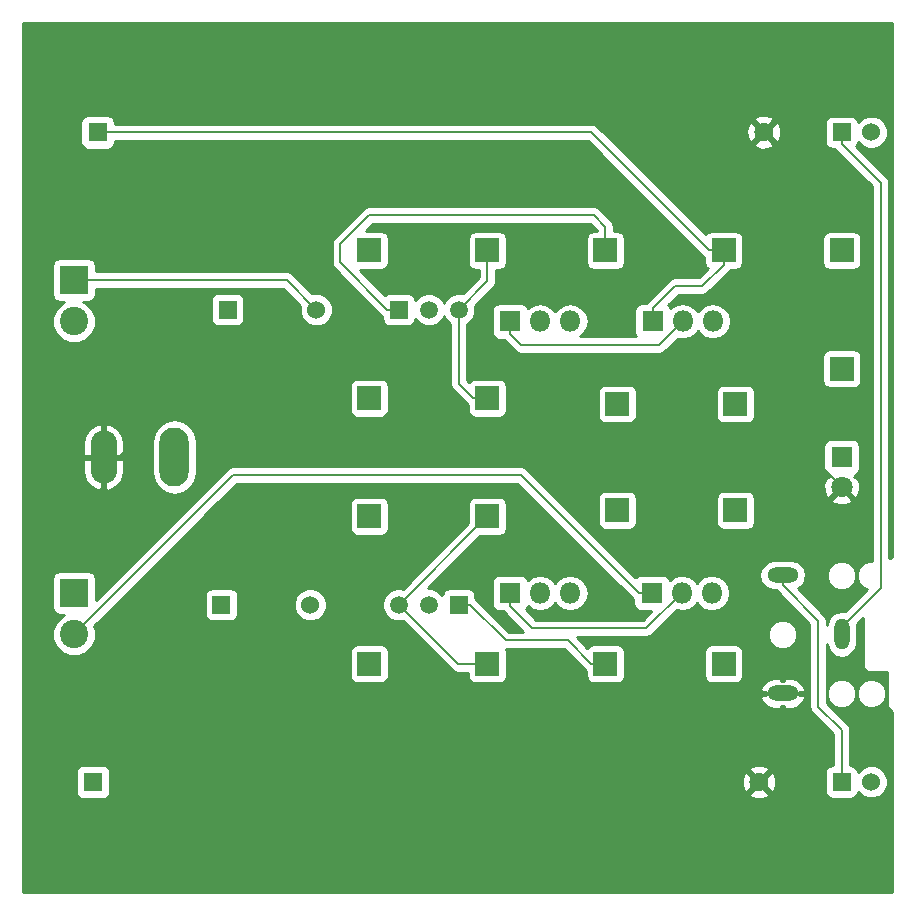
<source format=gbr>
G04 #@! TF.FileFunction,Copper,L2,Bot,Signal*
%FSLAX46Y46*%
G04 Gerber Fmt 4.6, Leading zero omitted, Abs format (unit mm)*
G04 Created by KiCad (PCBNEW 4.0.7+dfsg1-1ubuntu2) date Sun Jul 21 21:14:32 2019*
%MOMM*%
%LPD*%
G01*
G04 APERTURE LIST*
%ADD10C,0.100000*%
%ADD11R,1.625600X1.625600*%
%ADD12C,1.625600*%
%ADD13R,1.524000X1.524000*%
%ADD14C,1.524000*%
%ADD15C,1.520000*%
%ADD16R,1.520000X1.520000*%
%ADD17R,1.800000X1.800000*%
%ADD18O,1.800000X1.800000*%
%ADD19C,2.400000*%
%ADD20R,2.400000X2.400000*%
%ADD21O,2.500000X5.000000*%
%ADD22O,2.250000X4.500000*%
%ADD23O,1.308000X2.616000*%
%ADD24O,2.616000X1.308000*%
%ADD25C,1.800000*%
%ADD26R,1.998980X1.998980*%
%ADD27C,0.200000*%
%ADD28C,0.254000*%
G04 APERTURE END LIST*
D10*
D11*
X36612000Y-85000000D03*
D12*
X93000000Y-85000000D03*
D13*
X48000000Y-45000000D03*
D14*
X55518400Y-45000000D03*
D13*
X99985400Y-85000000D03*
D14*
X102500000Y-85000000D03*
D13*
X47481600Y-70000000D03*
D14*
X55000000Y-70000000D03*
D13*
X99985400Y-30000000D03*
D14*
X102500000Y-30000000D03*
D11*
X37000000Y-30000000D03*
D12*
X93388000Y-30000000D03*
D15*
X65040000Y-70000000D03*
X62500000Y-70000000D03*
D16*
X67580000Y-70000000D03*
D15*
X65040000Y-45000000D03*
X67580000Y-45000000D03*
D16*
X62500000Y-45000000D03*
D17*
X71920000Y-69000000D03*
D18*
X74460000Y-69000000D03*
X77000000Y-69000000D03*
D17*
X71920000Y-46000000D03*
D18*
X74460000Y-46000000D03*
X77000000Y-46000000D03*
D17*
X84000000Y-46000000D03*
D18*
X86540000Y-46000000D03*
X89080000Y-46000000D03*
D17*
X83920000Y-69000000D03*
D18*
X86460000Y-69000000D03*
X89000000Y-69000000D03*
D19*
X35000000Y-72500000D03*
D20*
X35000000Y-69000000D03*
D19*
X35000000Y-46000000D03*
D20*
X35000000Y-42500000D03*
D21*
X43500000Y-57500000D03*
D22*
X37500000Y-57500000D03*
D23*
X100000000Y-72500000D03*
D24*
X95000000Y-67500000D03*
X95000000Y-77500000D03*
D17*
X100000000Y-57500000D03*
D25*
X100000000Y-60040000D03*
D26*
X70000000Y-40000000D03*
X59997480Y-40000000D03*
X59997480Y-52500000D03*
X70000000Y-52500000D03*
X79997480Y-40000000D03*
X90000000Y-40000000D03*
X80997480Y-53000000D03*
X91000000Y-53000000D03*
X70002520Y-75000000D03*
X60000000Y-75000000D03*
X59997480Y-62500000D03*
X70000000Y-62500000D03*
X79997480Y-75000000D03*
X90000000Y-75000000D03*
X80997480Y-62000000D03*
X91000000Y-62000000D03*
X100000000Y-50000000D03*
X100000000Y-39997480D03*
D27*
X99985400Y-30000000D02*
X99985400Y-30962000D01*
X99985400Y-30962000D02*
X103300001Y-34276601D01*
X103300001Y-34276601D02*
X103300001Y-68545999D01*
X103300001Y-68545999D02*
X100000000Y-71846000D01*
X100000000Y-71846000D02*
X100000000Y-72500000D01*
X35000000Y-42500000D02*
X53018400Y-42500000D01*
X53018400Y-42500000D02*
X55518400Y-45000000D01*
X98000000Y-78638248D02*
X98000000Y-71354000D01*
X98000000Y-71354000D02*
X95000000Y-68354000D01*
X95000000Y-68354000D02*
X95000000Y-67500000D01*
X99985400Y-85000000D02*
X99985400Y-80623648D01*
X99985400Y-80623648D02*
X98000000Y-78638248D01*
X95960000Y-56000000D02*
X95960000Y-32572000D01*
X95960000Y-32572000D02*
X93388000Y-30000000D01*
X37500000Y-57500000D02*
X38825000Y-57500000D01*
X60000000Y-56000000D02*
X95960000Y-56000000D01*
X38825000Y-57500000D02*
X42325000Y-54000000D01*
X42325000Y-54000000D02*
X58000000Y-54000000D01*
X95960000Y-56000000D02*
X100000000Y-60040000D01*
X58000000Y-54000000D02*
X60000000Y-56000000D01*
X93000000Y-85000000D02*
X91987199Y-83987199D01*
X91987199Y-83987199D02*
X49987199Y-83987199D01*
X49987199Y-83987199D02*
X41000000Y-75000000D01*
X41000000Y-75000000D02*
X34000000Y-75000000D01*
X34000000Y-75000000D02*
X32000000Y-73000000D01*
X32000000Y-73000000D02*
X32000000Y-65450000D01*
X32000000Y-65450000D02*
X37500000Y-59950000D01*
X37500000Y-59950000D02*
X37500000Y-57500000D01*
X90000000Y-40000000D02*
X88800510Y-40000000D01*
X88800510Y-40000000D02*
X78800510Y-30000000D01*
X78800510Y-30000000D02*
X38012800Y-30000000D01*
X38012800Y-30000000D02*
X37000000Y-30000000D01*
X88199490Y-43000000D02*
X85900000Y-43000000D01*
X84000000Y-44900000D02*
X84000000Y-46000000D01*
X85900000Y-43000000D02*
X84000000Y-44900000D01*
X90000000Y-40000000D02*
X90000000Y-41199490D01*
X90000000Y-41199490D02*
X88199490Y-43000000D01*
X83920000Y-69000000D02*
X82820000Y-69000000D01*
X72820000Y-59000000D02*
X48500000Y-59000000D01*
X82820000Y-69000000D02*
X72820000Y-59000000D01*
X48500000Y-59000000D02*
X35000000Y-72500000D01*
X67580000Y-45000000D02*
X67580000Y-51279490D01*
X67580000Y-51279490D02*
X68800510Y-52500000D01*
X68800510Y-52500000D02*
X70000000Y-52500000D01*
X70000000Y-40000000D02*
X70000000Y-42580000D01*
X70000000Y-42580000D02*
X67580000Y-45000000D01*
X79000000Y-37000000D02*
X79997480Y-37997480D01*
X79997480Y-37997480D02*
X79997480Y-40000000D01*
X60000000Y-37000000D02*
X79000000Y-37000000D01*
X57540000Y-39460000D02*
X60000000Y-37000000D01*
X57540000Y-41000000D02*
X57540000Y-39460000D01*
X62500000Y-45000000D02*
X61540000Y-45000000D01*
X61540000Y-45000000D02*
X57540000Y-41000000D01*
X72820000Y-48000000D02*
X84540000Y-48000000D01*
X84540000Y-48000000D02*
X86540000Y-46000000D01*
X71920000Y-46000000D02*
X71920000Y-47100000D01*
X71920000Y-47100000D02*
X72820000Y-48000000D01*
X62500000Y-70000000D02*
X67500000Y-75000000D01*
X67500000Y-75000000D02*
X70002520Y-75000000D01*
X70000000Y-62500000D02*
X62500000Y-70000000D01*
X76797990Y-73000000D02*
X71540000Y-73000000D01*
X71540000Y-73000000D02*
X68540000Y-70000000D01*
X68540000Y-70000000D02*
X67580000Y-70000000D01*
X79997480Y-75000000D02*
X78797990Y-75000000D01*
X78797990Y-75000000D02*
X76797990Y-73000000D01*
X86460000Y-69000000D02*
X83460000Y-72000000D01*
X83460000Y-72000000D02*
X73820000Y-72000000D01*
X73820000Y-72000000D02*
X71920000Y-70100000D01*
X71920000Y-70100000D02*
X71920000Y-69000000D01*
D28*
G36*
X104290000Y-65906721D02*
X104256977Y-65913290D01*
X104050952Y-66050952D01*
X104035001Y-66074824D01*
X104035001Y-34276601D01*
X103979052Y-33995329D01*
X103819725Y-33756878D01*
X101235412Y-31172566D01*
X101343831Y-31013890D01*
X101376609Y-30852029D01*
X101707630Y-31183629D01*
X102220900Y-31396757D01*
X102776661Y-31397242D01*
X103290303Y-31185010D01*
X103683629Y-30792370D01*
X103896757Y-30279100D01*
X103897242Y-29723339D01*
X103685010Y-29209697D01*
X103292370Y-28816371D01*
X102779100Y-28603243D01*
X102223339Y-28602758D01*
X101709697Y-28814990D01*
X101377621Y-29146487D01*
X101350562Y-29002683D01*
X101211490Y-28786559D01*
X100999290Y-28641569D01*
X100747400Y-28590560D01*
X99223400Y-28590560D01*
X98988083Y-28634838D01*
X98771959Y-28773910D01*
X98626969Y-28986110D01*
X98575960Y-29238000D01*
X98575960Y-30762000D01*
X98620238Y-30997317D01*
X98759310Y-31213441D01*
X98971510Y-31358431D01*
X99223400Y-31409440D01*
X99417379Y-31409440D01*
X99465677Y-31481723D01*
X102565001Y-34581048D01*
X102565001Y-66265056D01*
X102255421Y-66264786D01*
X101801343Y-66452408D01*
X101453629Y-66799515D01*
X101265215Y-67253266D01*
X101264786Y-67744579D01*
X101452408Y-68198657D01*
X101799515Y-68546371D01*
X102125020Y-68681533D01*
X100239901Y-70566653D01*
X100000000Y-70518934D01*
X99506721Y-70617053D01*
X99088539Y-70896473D01*
X98809119Y-71314655D01*
X98735000Y-71687277D01*
X98735000Y-71354000D01*
X98679051Y-71072728D01*
X98639737Y-71013890D01*
X98519724Y-70834277D01*
X96299831Y-68614384D01*
X96603527Y-68411461D01*
X96882947Y-67993279D01*
X96932416Y-67744579D01*
X98764786Y-67744579D01*
X98952408Y-68198657D01*
X99299515Y-68546371D01*
X99753266Y-68734785D01*
X100244579Y-68735214D01*
X100698657Y-68547592D01*
X101046371Y-68200485D01*
X101234785Y-67746734D01*
X101235214Y-67255421D01*
X101047592Y-66801343D01*
X100700485Y-66453629D01*
X100246734Y-66265215D01*
X99755421Y-66264786D01*
X99301343Y-66452408D01*
X98953629Y-66799515D01*
X98765215Y-67253266D01*
X98764786Y-67744579D01*
X96932416Y-67744579D01*
X96981066Y-67500000D01*
X96882947Y-67006721D01*
X96603527Y-66588539D01*
X96185345Y-66309119D01*
X95692066Y-66211000D01*
X94307934Y-66211000D01*
X93814655Y-66309119D01*
X93396473Y-66588539D01*
X93117053Y-67006721D01*
X93018934Y-67500000D01*
X93117053Y-67993279D01*
X93396473Y-68411461D01*
X93814655Y-68690881D01*
X94307934Y-68789000D01*
X94423667Y-68789000D01*
X94480277Y-68873723D01*
X97265000Y-71658447D01*
X97265000Y-78638248D01*
X97294987Y-78789000D01*
X97320949Y-78919520D01*
X97480277Y-79157971D01*
X99250400Y-80928095D01*
X99250400Y-83590560D01*
X99223400Y-83590560D01*
X98988083Y-83634838D01*
X98771959Y-83773910D01*
X98626969Y-83986110D01*
X98575960Y-84238000D01*
X98575960Y-85762000D01*
X98620238Y-85997317D01*
X98759310Y-86213441D01*
X98971510Y-86358431D01*
X99223400Y-86409440D01*
X100747400Y-86409440D01*
X100982717Y-86365162D01*
X101198841Y-86226090D01*
X101343831Y-86013890D01*
X101376609Y-85852029D01*
X101707630Y-86183629D01*
X102220900Y-86396757D01*
X102776661Y-86397242D01*
X103290303Y-86185010D01*
X103683629Y-85792370D01*
X103896757Y-85279100D01*
X103897242Y-84723339D01*
X103685010Y-84209697D01*
X103292370Y-83816371D01*
X102779100Y-83603243D01*
X102223339Y-83602758D01*
X101709697Y-83814990D01*
X101377621Y-84146487D01*
X101350562Y-84002683D01*
X101211490Y-83786559D01*
X100999290Y-83641569D01*
X100747400Y-83590560D01*
X100720400Y-83590560D01*
X100720400Y-80623648D01*
X100664451Y-80342376D01*
X100505124Y-80103925D01*
X98735000Y-78333802D01*
X98735000Y-77744579D01*
X98764786Y-77744579D01*
X98952408Y-78198657D01*
X99299515Y-78546371D01*
X99753266Y-78734785D01*
X100244579Y-78735214D01*
X100698657Y-78547592D01*
X101046371Y-78200485D01*
X101234785Y-77746734D01*
X101234786Y-77744579D01*
X101264786Y-77744579D01*
X101452408Y-78198657D01*
X101799515Y-78546371D01*
X102253266Y-78734785D01*
X102744579Y-78735214D01*
X103198657Y-78547592D01*
X103546371Y-78200485D01*
X103734785Y-77746734D01*
X103735214Y-77255421D01*
X103547592Y-76801343D01*
X103200485Y-76453629D01*
X102746734Y-76265215D01*
X102255421Y-76264786D01*
X101801343Y-76452408D01*
X101453629Y-76799515D01*
X101265215Y-77253266D01*
X101264786Y-77744579D01*
X101234786Y-77744579D01*
X101235214Y-77255421D01*
X101047592Y-76801343D01*
X100700485Y-76453629D01*
X100246734Y-76265215D01*
X99755421Y-76264786D01*
X99301343Y-76452408D01*
X98953629Y-76799515D01*
X98765215Y-77253266D01*
X98764786Y-77744579D01*
X98735000Y-77744579D01*
X98735000Y-73312723D01*
X98809119Y-73685345D01*
X99088539Y-74103527D01*
X99506721Y-74382947D01*
X100000000Y-74481066D01*
X100493279Y-74382947D01*
X100911461Y-74103527D01*
X101190881Y-73685345D01*
X101289000Y-73192066D01*
X101289000Y-71807934D01*
X101253912Y-71631534D01*
X101790000Y-71095446D01*
X101790000Y-75000000D01*
X101844046Y-75271705D01*
X101997954Y-75502046D01*
X102228295Y-75655954D01*
X102500000Y-75710000D01*
X103864950Y-75710000D01*
X103864950Y-78500000D01*
X103913290Y-78743023D01*
X104050952Y-78949048D01*
X104256977Y-79086710D01*
X104290000Y-79093279D01*
X104290000Y-94290000D01*
X30710000Y-94290000D01*
X30710000Y-84187200D01*
X35151760Y-84187200D01*
X35151760Y-85812800D01*
X35196038Y-86048117D01*
X35335110Y-86264241D01*
X35547310Y-86409231D01*
X35799200Y-86460240D01*
X37424800Y-86460240D01*
X37660117Y-86415962D01*
X37876241Y-86276890D01*
X38021231Y-86064690D01*
X38030885Y-86017016D01*
X92162589Y-86017016D01*
X92238295Y-86264462D01*
X92780165Y-86459703D01*
X93355503Y-86432718D01*
X93761705Y-86264462D01*
X93837411Y-86017016D01*
X93000000Y-85179605D01*
X92162589Y-86017016D01*
X38030885Y-86017016D01*
X38072240Y-85812800D01*
X38072240Y-84780165D01*
X91540297Y-84780165D01*
X91567282Y-85355503D01*
X91735538Y-85761705D01*
X91982984Y-85837411D01*
X92820395Y-85000000D01*
X93179605Y-85000000D01*
X94017016Y-85837411D01*
X94264462Y-85761705D01*
X94459703Y-85219835D01*
X94432718Y-84644497D01*
X94264462Y-84238295D01*
X94017016Y-84162589D01*
X93179605Y-85000000D01*
X92820395Y-85000000D01*
X91982984Y-84162589D01*
X91735538Y-84238295D01*
X91540297Y-84780165D01*
X38072240Y-84780165D01*
X38072240Y-84187200D01*
X38033815Y-83982984D01*
X92162589Y-83982984D01*
X93000000Y-84820395D01*
X93837411Y-83982984D01*
X93761705Y-83735538D01*
X93219835Y-83540297D01*
X92644497Y-83567282D01*
X92238295Y-83735538D01*
X92162589Y-83982984D01*
X38033815Y-83982984D01*
X38027962Y-83951883D01*
X37888890Y-83735759D01*
X37676690Y-83590769D01*
X37424800Y-83539760D01*
X35799200Y-83539760D01*
X35563883Y-83584038D01*
X35347759Y-83723110D01*
X35202769Y-83935310D01*
X35151760Y-84187200D01*
X30710000Y-84187200D01*
X30710000Y-77173901D01*
X93098932Y-77173901D01*
X93222908Y-77373000D01*
X93614950Y-77373000D01*
X93614950Y-77627000D01*
X93222908Y-77627000D01*
X93098932Y-77826099D01*
X93106518Y-77875946D01*
X93344736Y-78321658D01*
X93735388Y-78642280D01*
X94219000Y-78789000D01*
X94873000Y-78789000D01*
X94873000Y-78535050D01*
X95127000Y-78535050D01*
X95127000Y-78789000D01*
X95781000Y-78789000D01*
X96264612Y-78642280D01*
X96655264Y-78321658D01*
X96893482Y-77875946D01*
X96901068Y-77826099D01*
X96777092Y-77627000D01*
X96385050Y-77627000D01*
X96385050Y-77373000D01*
X96777092Y-77373000D01*
X96901068Y-77173901D01*
X96893482Y-77124054D01*
X96655264Y-76678342D01*
X96264612Y-76357720D01*
X95781000Y-76211000D01*
X95127000Y-76211000D01*
X95127000Y-76464950D01*
X94873000Y-76464950D01*
X94873000Y-76211000D01*
X94219000Y-76211000D01*
X93735388Y-76357720D01*
X93344736Y-76678342D01*
X93106518Y-77124054D01*
X93098932Y-77173901D01*
X30710000Y-77173901D01*
X30710000Y-67800000D01*
X33152560Y-67800000D01*
X33152560Y-70200000D01*
X33196838Y-70435317D01*
X33335910Y-70651441D01*
X33548110Y-70796431D01*
X33800000Y-70847440D01*
X34194288Y-70847440D01*
X33961914Y-70943455D01*
X33445270Y-71459199D01*
X33165319Y-72133395D01*
X33164682Y-72863403D01*
X33443455Y-73538086D01*
X33959199Y-74054730D01*
X34633395Y-74334681D01*
X35363403Y-74335318D01*
X36038086Y-74056545D01*
X36094218Y-74000510D01*
X58353070Y-74000510D01*
X58353070Y-75999490D01*
X58397348Y-76234807D01*
X58536420Y-76450931D01*
X58748620Y-76595921D01*
X59000510Y-76646930D01*
X60999490Y-76646930D01*
X61234807Y-76602652D01*
X61450931Y-76463580D01*
X61595921Y-76251380D01*
X61646930Y-75999490D01*
X61646930Y-74000510D01*
X61602652Y-73765193D01*
X61463580Y-73549069D01*
X61251380Y-73404079D01*
X60999490Y-73353070D01*
X59000510Y-73353070D01*
X58765193Y-73397348D01*
X58549069Y-73536420D01*
X58404079Y-73748620D01*
X58353070Y-74000510D01*
X36094218Y-74000510D01*
X36554730Y-73540801D01*
X36834681Y-72866605D01*
X36835318Y-72136597D01*
X36708872Y-71830574D01*
X39301446Y-69238000D01*
X46072160Y-69238000D01*
X46072160Y-70762000D01*
X46116438Y-70997317D01*
X46255510Y-71213441D01*
X46467710Y-71358431D01*
X46719600Y-71409440D01*
X48243600Y-71409440D01*
X48478917Y-71365162D01*
X48695041Y-71226090D01*
X48840031Y-71013890D01*
X48891040Y-70762000D01*
X48891040Y-70276661D01*
X53602758Y-70276661D01*
X53814990Y-70790303D01*
X54207630Y-71183629D01*
X54720900Y-71396757D01*
X55276661Y-71397242D01*
X55790303Y-71185010D01*
X56183629Y-70792370D01*
X56396757Y-70279100D01*
X56397242Y-69723339D01*
X56185010Y-69209697D01*
X55792370Y-68816371D01*
X55279100Y-68603243D01*
X54723339Y-68602758D01*
X54209697Y-68814990D01*
X53816371Y-69207630D01*
X53603243Y-69720900D01*
X53602758Y-70276661D01*
X48891040Y-70276661D01*
X48891040Y-69238000D01*
X48846762Y-69002683D01*
X48707690Y-68786559D01*
X48495490Y-68641569D01*
X48243600Y-68590560D01*
X46719600Y-68590560D01*
X46484283Y-68634838D01*
X46268159Y-68773910D01*
X46123169Y-68986110D01*
X46072160Y-69238000D01*
X39301446Y-69238000D01*
X47038936Y-61500510D01*
X58350550Y-61500510D01*
X58350550Y-63499490D01*
X58394828Y-63734807D01*
X58533900Y-63950931D01*
X58746100Y-64095921D01*
X58997990Y-64146930D01*
X60996970Y-64146930D01*
X61232287Y-64102652D01*
X61448411Y-63963580D01*
X61593401Y-63751380D01*
X61644410Y-63499490D01*
X61644410Y-61500510D01*
X61600132Y-61265193D01*
X61461060Y-61049069D01*
X61248860Y-60904079D01*
X60996970Y-60853070D01*
X58997990Y-60853070D01*
X58762673Y-60897348D01*
X58546549Y-61036420D01*
X58401559Y-61248620D01*
X58350550Y-61500510D01*
X47038936Y-61500510D01*
X48804447Y-59735000D01*
X72515554Y-59735000D01*
X82300277Y-69519724D01*
X82372560Y-69568022D01*
X82372560Y-69900000D01*
X82416838Y-70135317D01*
X82555910Y-70351441D01*
X82768110Y-70496431D01*
X83020000Y-70547440D01*
X83873114Y-70547440D01*
X83155554Y-71265000D01*
X74124447Y-71265000D01*
X73242293Y-70382846D01*
X73271441Y-70364090D01*
X73416431Y-70151890D01*
X73419719Y-70135656D01*
X73842509Y-70418155D01*
X74429928Y-70535000D01*
X74490072Y-70535000D01*
X75077491Y-70418155D01*
X75575481Y-70085409D01*
X75730000Y-69854155D01*
X75884519Y-70085409D01*
X76382509Y-70418155D01*
X76969928Y-70535000D01*
X77030072Y-70535000D01*
X77617491Y-70418155D01*
X78115481Y-70085409D01*
X78448227Y-69587419D01*
X78565072Y-69000000D01*
X78448227Y-68412581D01*
X78115481Y-67914591D01*
X77617491Y-67581845D01*
X77030072Y-67465000D01*
X76969928Y-67465000D01*
X76382509Y-67581845D01*
X75884519Y-67914591D01*
X75730000Y-68145845D01*
X75575481Y-67914591D01*
X75077491Y-67581845D01*
X74490072Y-67465000D01*
X74429928Y-67465000D01*
X73842509Y-67581845D01*
X73421974Y-67862837D01*
X73284090Y-67648559D01*
X73071890Y-67503569D01*
X72820000Y-67452560D01*
X71020000Y-67452560D01*
X70784683Y-67496838D01*
X70568559Y-67635910D01*
X70423569Y-67848110D01*
X70372560Y-68100000D01*
X70372560Y-69900000D01*
X70416838Y-70135317D01*
X70555910Y-70351441D01*
X70768110Y-70496431D01*
X71020000Y-70547440D01*
X71351979Y-70547440D01*
X71400277Y-70619723D01*
X73045553Y-72265000D01*
X71844447Y-72265000D01*
X69059723Y-69480277D01*
X68987440Y-69431979D01*
X68987440Y-69240000D01*
X68943162Y-69004683D01*
X68804090Y-68788559D01*
X68591890Y-68643569D01*
X68340000Y-68592560D01*
X66820000Y-68592560D01*
X66584683Y-68636838D01*
X66368559Y-68775910D01*
X66223569Y-68988110D01*
X66186031Y-69173480D01*
X65831236Y-68818066D01*
X65318700Y-68605242D01*
X64934539Y-68604907D01*
X69392517Y-64146930D01*
X70999490Y-64146930D01*
X71234807Y-64102652D01*
X71450931Y-63963580D01*
X71595921Y-63751380D01*
X71646930Y-63499490D01*
X71646930Y-61500510D01*
X71602652Y-61265193D01*
X71463580Y-61049069D01*
X71251380Y-60904079D01*
X70999490Y-60853070D01*
X69000510Y-60853070D01*
X68765193Y-60897348D01*
X68549069Y-61036420D01*
X68404079Y-61248620D01*
X68353070Y-61500510D01*
X68353070Y-63107483D01*
X62832834Y-68627720D01*
X62778700Y-68605242D01*
X62223735Y-68604758D01*
X61710828Y-68816687D01*
X61318066Y-69208764D01*
X61105242Y-69721300D01*
X61104758Y-70276265D01*
X61316687Y-70789172D01*
X61708764Y-71181934D01*
X62221300Y-71394758D01*
X62776265Y-71395242D01*
X62832542Y-71371989D01*
X66980277Y-75519724D01*
X67184161Y-75655954D01*
X67218728Y-75679051D01*
X67500000Y-75735000D01*
X68355590Y-75735000D01*
X68355590Y-75999490D01*
X68399868Y-76234807D01*
X68538940Y-76450931D01*
X68751140Y-76595921D01*
X69003030Y-76646930D01*
X71002010Y-76646930D01*
X71237327Y-76602652D01*
X71453451Y-76463580D01*
X71598441Y-76251380D01*
X71649450Y-75999490D01*
X71649450Y-74000510D01*
X71605172Y-73765193D01*
X71585743Y-73735000D01*
X76493544Y-73735000D01*
X78278266Y-75519723D01*
X78350550Y-75568021D01*
X78350550Y-75999490D01*
X78394828Y-76234807D01*
X78533900Y-76450931D01*
X78746100Y-76595921D01*
X78997990Y-76646930D01*
X80996970Y-76646930D01*
X81232287Y-76602652D01*
X81448411Y-76463580D01*
X81593401Y-76251380D01*
X81644410Y-75999490D01*
X81644410Y-74000510D01*
X88353070Y-74000510D01*
X88353070Y-75999490D01*
X88397348Y-76234807D01*
X88536420Y-76450931D01*
X88748620Y-76595921D01*
X89000510Y-76646930D01*
X90999490Y-76646930D01*
X91234807Y-76602652D01*
X91450931Y-76463580D01*
X91595921Y-76251380D01*
X91646930Y-75999490D01*
X91646930Y-74000510D01*
X91602652Y-73765193D01*
X91463580Y-73549069D01*
X91251380Y-73404079D01*
X90999490Y-73353070D01*
X89000510Y-73353070D01*
X88765193Y-73397348D01*
X88549069Y-73536420D01*
X88404079Y-73748620D01*
X88353070Y-74000510D01*
X81644410Y-74000510D01*
X81600132Y-73765193D01*
X81461060Y-73549069D01*
X81248860Y-73404079D01*
X80996970Y-73353070D01*
X78997990Y-73353070D01*
X78762673Y-73397348D01*
X78546549Y-73536420D01*
X78476450Y-73639013D01*
X77582016Y-72744579D01*
X93764786Y-72744579D01*
X93952408Y-73198657D01*
X94299515Y-73546371D01*
X94753266Y-73734785D01*
X95244579Y-73735214D01*
X95698657Y-73547592D01*
X96046371Y-73200485D01*
X96234785Y-72746734D01*
X96235214Y-72255421D01*
X96047592Y-71801343D01*
X95700485Y-71453629D01*
X95246734Y-71265215D01*
X94755421Y-71264786D01*
X94301343Y-71452408D01*
X93953629Y-71799515D01*
X93765215Y-72253266D01*
X93764786Y-72744579D01*
X77582016Y-72744579D01*
X77572436Y-72735000D01*
X83460000Y-72735000D01*
X83741272Y-72679051D01*
X83979723Y-72519723D01*
X86041675Y-70457772D01*
X86429928Y-70535000D01*
X86490072Y-70535000D01*
X87077491Y-70418155D01*
X87575481Y-70085409D01*
X87730000Y-69854155D01*
X87884519Y-70085409D01*
X88382509Y-70418155D01*
X88969928Y-70535000D01*
X89030072Y-70535000D01*
X89617491Y-70418155D01*
X90115481Y-70085409D01*
X90448227Y-69587419D01*
X90565072Y-69000000D01*
X90448227Y-68412581D01*
X90115481Y-67914591D01*
X89617491Y-67581845D01*
X89030072Y-67465000D01*
X88969928Y-67465000D01*
X88382509Y-67581845D01*
X87884519Y-67914591D01*
X87730000Y-68145845D01*
X87575481Y-67914591D01*
X87077491Y-67581845D01*
X86490072Y-67465000D01*
X86429928Y-67465000D01*
X85842509Y-67581845D01*
X85421974Y-67862837D01*
X85284090Y-67648559D01*
X85071890Y-67503569D01*
X84820000Y-67452560D01*
X83020000Y-67452560D01*
X82784683Y-67496838D01*
X82568559Y-67635910D01*
X82538845Y-67679398D01*
X75859957Y-61000510D01*
X79350550Y-61000510D01*
X79350550Y-62999490D01*
X79394828Y-63234807D01*
X79533900Y-63450931D01*
X79746100Y-63595921D01*
X79997990Y-63646930D01*
X81996970Y-63646930D01*
X82232287Y-63602652D01*
X82448411Y-63463580D01*
X82593401Y-63251380D01*
X82644410Y-62999490D01*
X82644410Y-61000510D01*
X89353070Y-61000510D01*
X89353070Y-62999490D01*
X89397348Y-63234807D01*
X89536420Y-63450931D01*
X89748620Y-63595921D01*
X90000510Y-63646930D01*
X91999490Y-63646930D01*
X92234807Y-63602652D01*
X92450931Y-63463580D01*
X92595921Y-63251380D01*
X92646930Y-62999490D01*
X92646930Y-61120159D01*
X99099446Y-61120159D01*
X99185852Y-61376643D01*
X99759336Y-61586458D01*
X100369460Y-61560839D01*
X100814148Y-61376643D01*
X100900554Y-61120159D01*
X100000000Y-60219605D01*
X99099446Y-61120159D01*
X92646930Y-61120159D01*
X92646930Y-61000510D01*
X92602652Y-60765193D01*
X92463580Y-60549069D01*
X92251380Y-60404079D01*
X91999490Y-60353070D01*
X90000510Y-60353070D01*
X89765193Y-60397348D01*
X89549069Y-60536420D01*
X89404079Y-60748620D01*
X89353070Y-61000510D01*
X82644410Y-61000510D01*
X82600132Y-60765193D01*
X82461060Y-60549069D01*
X82248860Y-60404079D01*
X81996970Y-60353070D01*
X79997990Y-60353070D01*
X79762673Y-60397348D01*
X79546549Y-60536420D01*
X79401559Y-60748620D01*
X79350550Y-61000510D01*
X75859957Y-61000510D01*
X73339723Y-58480277D01*
X73101272Y-58320949D01*
X72820000Y-58265000D01*
X48500000Y-58265000D01*
X48218728Y-58320949D01*
X47980276Y-58480277D01*
X36847440Y-69613114D01*
X36847440Y-67800000D01*
X36803162Y-67564683D01*
X36664090Y-67348559D01*
X36451890Y-67203569D01*
X36200000Y-67152560D01*
X33800000Y-67152560D01*
X33564683Y-67196838D01*
X33348559Y-67335910D01*
X33203569Y-67548110D01*
X33152560Y-67800000D01*
X30710000Y-67800000D01*
X30710000Y-56248000D01*
X35740000Y-56248000D01*
X35740000Y-57373000D01*
X36364950Y-57373000D01*
X36364950Y-57627000D01*
X35740000Y-57627000D01*
X35740000Y-58752000D01*
X35922573Y-59415856D01*
X36345295Y-59959311D01*
X36943810Y-60299629D01*
X37099957Y-60338933D01*
X37373000Y-60221206D01*
X37373000Y-59635050D01*
X37627000Y-59635050D01*
X37627000Y-60221206D01*
X37900043Y-60338933D01*
X38056190Y-60299629D01*
X38654705Y-59959311D01*
X39077427Y-59415856D01*
X39260000Y-58752000D01*
X39260000Y-57627000D01*
X38635050Y-57627000D01*
X38635050Y-57373000D01*
X39260000Y-57373000D01*
X39260000Y-56248000D01*
X39243659Y-56188582D01*
X41615000Y-56188582D01*
X41615000Y-58811418D01*
X41758487Y-59532776D01*
X42167104Y-60144314D01*
X42778642Y-60552931D01*
X43500000Y-60696418D01*
X44221358Y-60552931D01*
X44832896Y-60144314D01*
X45241513Y-59532776D01*
X45385000Y-58811418D01*
X45385000Y-56600000D01*
X98452560Y-56600000D01*
X98452560Y-58400000D01*
X98496838Y-58635317D01*
X98635910Y-58851441D01*
X98839574Y-58990598D01*
X98805282Y-59024890D01*
X98919839Y-59139447D01*
X98663357Y-59225852D01*
X98453542Y-59799336D01*
X98479161Y-60409460D01*
X98663357Y-60854148D01*
X98919841Y-60940554D01*
X99820395Y-60040000D01*
X99806253Y-60025858D01*
X99985858Y-59846253D01*
X100000000Y-59860395D01*
X100014143Y-59846253D01*
X100193748Y-60025858D01*
X100179605Y-60040000D01*
X101080159Y-60940554D01*
X101336643Y-60854148D01*
X101546458Y-60280664D01*
X101520839Y-59670540D01*
X101336643Y-59225852D01*
X101080161Y-59139447D01*
X101194718Y-59024890D01*
X101158240Y-58988412D01*
X101351441Y-58864090D01*
X101496431Y-58651890D01*
X101547440Y-58400000D01*
X101547440Y-56600000D01*
X101503162Y-56364683D01*
X101364090Y-56148559D01*
X101151890Y-56003569D01*
X100900000Y-55952560D01*
X99100000Y-55952560D01*
X98864683Y-55996838D01*
X98648559Y-56135910D01*
X98503569Y-56348110D01*
X98452560Y-56600000D01*
X45385000Y-56600000D01*
X45385000Y-56188582D01*
X45241513Y-55467224D01*
X44832896Y-54855686D01*
X44221358Y-54447069D01*
X43500000Y-54303582D01*
X42778642Y-54447069D01*
X42167104Y-54855686D01*
X41758487Y-55467224D01*
X41615000Y-56188582D01*
X39243659Y-56188582D01*
X39077427Y-55584144D01*
X38654705Y-55040689D01*
X38056190Y-54700371D01*
X37900043Y-54661067D01*
X37627000Y-54778794D01*
X37627000Y-55364950D01*
X37373000Y-55364950D01*
X37373000Y-54778794D01*
X37099957Y-54661067D01*
X36943810Y-54700371D01*
X36345295Y-55040689D01*
X35922573Y-55584144D01*
X35740000Y-56248000D01*
X30710000Y-56248000D01*
X30710000Y-51500510D01*
X58350550Y-51500510D01*
X58350550Y-53499490D01*
X58394828Y-53734807D01*
X58533900Y-53950931D01*
X58746100Y-54095921D01*
X58997990Y-54146930D01*
X60996970Y-54146930D01*
X61232287Y-54102652D01*
X61448411Y-53963580D01*
X61593401Y-53751380D01*
X61644410Y-53499490D01*
X61644410Y-51500510D01*
X61600132Y-51265193D01*
X61461060Y-51049069D01*
X61248860Y-50904079D01*
X60996970Y-50853070D01*
X58997990Y-50853070D01*
X58762673Y-50897348D01*
X58546549Y-51036420D01*
X58401559Y-51248620D01*
X58350550Y-51500510D01*
X30710000Y-51500510D01*
X30710000Y-41300000D01*
X33152560Y-41300000D01*
X33152560Y-43700000D01*
X33196838Y-43935317D01*
X33335910Y-44151441D01*
X33548110Y-44296431D01*
X33800000Y-44347440D01*
X34194288Y-44347440D01*
X33961914Y-44443455D01*
X33445270Y-44959199D01*
X33165319Y-45633395D01*
X33164682Y-46363403D01*
X33443455Y-47038086D01*
X33959199Y-47554730D01*
X34633395Y-47834681D01*
X35363403Y-47835318D01*
X36038086Y-47556545D01*
X36554730Y-47040801D01*
X36834681Y-46366605D01*
X36835318Y-45636597D01*
X36556545Y-44961914D01*
X36040801Y-44445270D01*
X35805201Y-44347440D01*
X36200000Y-44347440D01*
X36435317Y-44303162D01*
X36536581Y-44238000D01*
X46590560Y-44238000D01*
X46590560Y-45762000D01*
X46634838Y-45997317D01*
X46773910Y-46213441D01*
X46986110Y-46358431D01*
X47238000Y-46409440D01*
X48762000Y-46409440D01*
X48997317Y-46365162D01*
X49213441Y-46226090D01*
X49358431Y-46013890D01*
X49409440Y-45762000D01*
X49409440Y-44238000D01*
X49365162Y-44002683D01*
X49226090Y-43786559D01*
X49013890Y-43641569D01*
X48762000Y-43590560D01*
X47238000Y-43590560D01*
X47002683Y-43634838D01*
X46786559Y-43773910D01*
X46641569Y-43986110D01*
X46590560Y-44238000D01*
X36536581Y-44238000D01*
X36651441Y-44164090D01*
X36796431Y-43951890D01*
X36847440Y-43700000D01*
X36847440Y-43235000D01*
X52713954Y-43235000D01*
X54144590Y-44665637D01*
X54121643Y-44720900D01*
X54121158Y-45276661D01*
X54333390Y-45790303D01*
X54726030Y-46183629D01*
X55239300Y-46396757D01*
X55795061Y-46397242D01*
X56308703Y-46185010D01*
X56702029Y-45792370D01*
X56915157Y-45279100D01*
X56915642Y-44723339D01*
X56703410Y-44209697D01*
X56310770Y-43816371D01*
X55797500Y-43603243D01*
X55241739Y-43602758D01*
X55184327Y-43626480D01*
X53538123Y-41980277D01*
X53299672Y-41820949D01*
X53018400Y-41765000D01*
X36847440Y-41765000D01*
X36847440Y-41300000D01*
X36803162Y-41064683D01*
X36664090Y-40848559D01*
X36451890Y-40703569D01*
X36200000Y-40652560D01*
X33800000Y-40652560D01*
X33564683Y-40696838D01*
X33348559Y-40835910D01*
X33203569Y-41048110D01*
X33152560Y-41300000D01*
X30710000Y-41300000D01*
X30710000Y-39460000D01*
X56805000Y-39460000D01*
X56805000Y-41000000D01*
X56854502Y-41248860D01*
X56860949Y-41281272D01*
X57020277Y-41519723D01*
X61020276Y-45519723D01*
X61092560Y-45568021D01*
X61092560Y-45760000D01*
X61136838Y-45995317D01*
X61275910Y-46211441D01*
X61488110Y-46356431D01*
X61740000Y-46407440D01*
X63260000Y-46407440D01*
X63495317Y-46363162D01*
X63711441Y-46224090D01*
X63856431Y-46011890D01*
X63893969Y-45826520D01*
X64248764Y-46181934D01*
X64761300Y-46394758D01*
X65316265Y-46395242D01*
X65829172Y-46183313D01*
X66221934Y-45791236D01*
X66309954Y-45579262D01*
X66396687Y-45789172D01*
X66788764Y-46181934D01*
X66845000Y-46205285D01*
X66845000Y-51279490D01*
X66868444Y-51397348D01*
X66900949Y-51560762D01*
X67060277Y-51799213D01*
X68280787Y-53019724D01*
X68353070Y-53068022D01*
X68353070Y-53499490D01*
X68397348Y-53734807D01*
X68536420Y-53950931D01*
X68748620Y-54095921D01*
X69000510Y-54146930D01*
X70999490Y-54146930D01*
X71234807Y-54102652D01*
X71450931Y-53963580D01*
X71595921Y-53751380D01*
X71646930Y-53499490D01*
X71646930Y-52000510D01*
X79350550Y-52000510D01*
X79350550Y-53999490D01*
X79394828Y-54234807D01*
X79533900Y-54450931D01*
X79746100Y-54595921D01*
X79997990Y-54646930D01*
X81996970Y-54646930D01*
X82232287Y-54602652D01*
X82448411Y-54463580D01*
X82593401Y-54251380D01*
X82644410Y-53999490D01*
X82644410Y-52000510D01*
X89353070Y-52000510D01*
X89353070Y-53999490D01*
X89397348Y-54234807D01*
X89536420Y-54450931D01*
X89748620Y-54595921D01*
X90000510Y-54646930D01*
X91999490Y-54646930D01*
X92234807Y-54602652D01*
X92450931Y-54463580D01*
X92595921Y-54251380D01*
X92646930Y-53999490D01*
X92646930Y-52000510D01*
X92602652Y-51765193D01*
X92463580Y-51549069D01*
X92251380Y-51404079D01*
X91999490Y-51353070D01*
X90000510Y-51353070D01*
X89765193Y-51397348D01*
X89549069Y-51536420D01*
X89404079Y-51748620D01*
X89353070Y-52000510D01*
X82644410Y-52000510D01*
X82600132Y-51765193D01*
X82461060Y-51549069D01*
X82248860Y-51404079D01*
X81996970Y-51353070D01*
X79997990Y-51353070D01*
X79762673Y-51397348D01*
X79546549Y-51536420D01*
X79401559Y-51748620D01*
X79350550Y-52000510D01*
X71646930Y-52000510D01*
X71646930Y-51500510D01*
X71602652Y-51265193D01*
X71463580Y-51049069D01*
X71251380Y-50904079D01*
X70999490Y-50853070D01*
X69000510Y-50853070D01*
X68765193Y-50897348D01*
X68549069Y-51036420D01*
X68478970Y-51139014D01*
X68315000Y-50975044D01*
X68315000Y-49000510D01*
X98353070Y-49000510D01*
X98353070Y-50999490D01*
X98397348Y-51234807D01*
X98536420Y-51450931D01*
X98748620Y-51595921D01*
X99000510Y-51646930D01*
X100999490Y-51646930D01*
X101234807Y-51602652D01*
X101450931Y-51463580D01*
X101595921Y-51251380D01*
X101646930Y-50999490D01*
X101646930Y-49000510D01*
X101602652Y-48765193D01*
X101463580Y-48549069D01*
X101251380Y-48404079D01*
X100999490Y-48353070D01*
X99000510Y-48353070D01*
X98765193Y-48397348D01*
X98549069Y-48536420D01*
X98404079Y-48748620D01*
X98353070Y-49000510D01*
X68315000Y-49000510D01*
X68315000Y-46205696D01*
X68369172Y-46183313D01*
X68761934Y-45791236D01*
X68974758Y-45278700D01*
X68975242Y-44723735D01*
X68951989Y-44667458D01*
X70519724Y-43099723D01*
X70679051Y-42861272D01*
X70707405Y-42718728D01*
X70735000Y-42580000D01*
X70735000Y-41646930D01*
X70999490Y-41646930D01*
X71234807Y-41602652D01*
X71450931Y-41463580D01*
X71595921Y-41251380D01*
X71646930Y-40999490D01*
X71646930Y-39000510D01*
X71602652Y-38765193D01*
X71463580Y-38549069D01*
X71251380Y-38404079D01*
X70999490Y-38353070D01*
X69000510Y-38353070D01*
X68765193Y-38397348D01*
X68549069Y-38536420D01*
X68404079Y-38748620D01*
X68353070Y-39000510D01*
X68353070Y-40999490D01*
X68397348Y-41234807D01*
X68536420Y-41450931D01*
X68748620Y-41595921D01*
X69000510Y-41646930D01*
X69265000Y-41646930D01*
X69265000Y-42275553D01*
X67912833Y-43627720D01*
X67858700Y-43605242D01*
X67303735Y-43604758D01*
X66790828Y-43816687D01*
X66398066Y-44208764D01*
X66310046Y-44420738D01*
X66223313Y-44210828D01*
X65831236Y-43818066D01*
X65318700Y-43605242D01*
X64763735Y-43604758D01*
X64250828Y-43816687D01*
X63894684Y-44172210D01*
X63863162Y-44004683D01*
X63724090Y-43788559D01*
X63511890Y-43643569D01*
X63260000Y-43592560D01*
X61740000Y-43592560D01*
X61504683Y-43636838D01*
X61329203Y-43749756D01*
X59226376Y-41646930D01*
X60996970Y-41646930D01*
X61232287Y-41602652D01*
X61448411Y-41463580D01*
X61593401Y-41251380D01*
X61644410Y-40999490D01*
X61644410Y-39000510D01*
X61600132Y-38765193D01*
X61461060Y-38549069D01*
X61248860Y-38404079D01*
X60996970Y-38353070D01*
X59686377Y-38353070D01*
X60304447Y-37735000D01*
X78695554Y-37735000D01*
X79262480Y-38301927D01*
X79262480Y-38353070D01*
X78997990Y-38353070D01*
X78762673Y-38397348D01*
X78546549Y-38536420D01*
X78401559Y-38748620D01*
X78350550Y-39000510D01*
X78350550Y-40999490D01*
X78394828Y-41234807D01*
X78533900Y-41450931D01*
X78746100Y-41595921D01*
X78997990Y-41646930D01*
X80996970Y-41646930D01*
X81232287Y-41602652D01*
X81448411Y-41463580D01*
X81593401Y-41251380D01*
X81644410Y-40999490D01*
X81644410Y-39000510D01*
X81600132Y-38765193D01*
X81461060Y-38549069D01*
X81248860Y-38404079D01*
X80996970Y-38353070D01*
X80732480Y-38353070D01*
X80732480Y-37997480D01*
X80676531Y-37716208D01*
X80517204Y-37477757D01*
X79519723Y-36480277D01*
X79281272Y-36320949D01*
X79000000Y-36265000D01*
X60000000Y-36265000D01*
X59718728Y-36320949D01*
X59480276Y-36480277D01*
X57020277Y-38940277D01*
X56860949Y-39178728D01*
X56805000Y-39460000D01*
X30710000Y-39460000D01*
X30710000Y-29187200D01*
X35539760Y-29187200D01*
X35539760Y-30812800D01*
X35584038Y-31048117D01*
X35723110Y-31264241D01*
X35935310Y-31409231D01*
X36187200Y-31460240D01*
X37812800Y-31460240D01*
X38048117Y-31415962D01*
X38264241Y-31276890D01*
X38409231Y-31064690D01*
X38460240Y-30812800D01*
X38460240Y-30735000D01*
X78496064Y-30735000D01*
X88280787Y-40519724D01*
X88353070Y-40568022D01*
X88353070Y-40999490D01*
X88397348Y-41234807D01*
X88536420Y-41450931D01*
X88639013Y-41521030D01*
X87895044Y-42265000D01*
X85900000Y-42265000D01*
X85618728Y-42320949D01*
X85380277Y-42480276D01*
X83480277Y-44380277D01*
X83431979Y-44452560D01*
X83100000Y-44452560D01*
X82864683Y-44496838D01*
X82648559Y-44635910D01*
X82503569Y-44848110D01*
X82452560Y-45100000D01*
X82452560Y-46900000D01*
X82496838Y-47135317D01*
X82580287Y-47265000D01*
X77846704Y-47265000D01*
X78115481Y-47085409D01*
X78448227Y-46587419D01*
X78565072Y-46000000D01*
X78448227Y-45412581D01*
X78115481Y-44914591D01*
X77617491Y-44581845D01*
X77030072Y-44465000D01*
X76969928Y-44465000D01*
X76382509Y-44581845D01*
X75884519Y-44914591D01*
X75730000Y-45145845D01*
X75575481Y-44914591D01*
X75077491Y-44581845D01*
X74490072Y-44465000D01*
X74429928Y-44465000D01*
X73842509Y-44581845D01*
X73421974Y-44862837D01*
X73284090Y-44648559D01*
X73071890Y-44503569D01*
X72820000Y-44452560D01*
X71020000Y-44452560D01*
X70784683Y-44496838D01*
X70568559Y-44635910D01*
X70423569Y-44848110D01*
X70372560Y-45100000D01*
X70372560Y-46900000D01*
X70416838Y-47135317D01*
X70555910Y-47351441D01*
X70768110Y-47496431D01*
X71020000Y-47547440D01*
X71351979Y-47547440D01*
X71400277Y-47619723D01*
X72300276Y-48519723D01*
X72344196Y-48549069D01*
X72538728Y-48679051D01*
X72820000Y-48735000D01*
X84540000Y-48735000D01*
X84821272Y-48679051D01*
X85059723Y-48519723D01*
X86121675Y-47457772D01*
X86509928Y-47535000D01*
X86570072Y-47535000D01*
X87157491Y-47418155D01*
X87655481Y-47085409D01*
X87810000Y-46854155D01*
X87964519Y-47085409D01*
X88462509Y-47418155D01*
X89049928Y-47535000D01*
X89110072Y-47535000D01*
X89697491Y-47418155D01*
X90195481Y-47085409D01*
X90528227Y-46587419D01*
X90645072Y-46000000D01*
X90528227Y-45412581D01*
X90195481Y-44914591D01*
X89697491Y-44581845D01*
X89110072Y-44465000D01*
X89049928Y-44465000D01*
X88462509Y-44581845D01*
X87964519Y-44914591D01*
X87810000Y-45145845D01*
X87655481Y-44914591D01*
X87157491Y-44581845D01*
X86570072Y-44465000D01*
X86509928Y-44465000D01*
X85922509Y-44581845D01*
X85501974Y-44862837D01*
X85364090Y-44648559D01*
X85320602Y-44618845D01*
X86204447Y-43735000D01*
X88199490Y-43735000D01*
X88480762Y-43679051D01*
X88719213Y-43519723D01*
X90519724Y-41719213D01*
X90568022Y-41646930D01*
X90999490Y-41646930D01*
X91234807Y-41602652D01*
X91450931Y-41463580D01*
X91595921Y-41251380D01*
X91646930Y-40999490D01*
X91646930Y-39000510D01*
X91646456Y-38997990D01*
X98353070Y-38997990D01*
X98353070Y-40996970D01*
X98397348Y-41232287D01*
X98536420Y-41448411D01*
X98748620Y-41593401D01*
X99000510Y-41644410D01*
X100999490Y-41644410D01*
X101234807Y-41600132D01*
X101450931Y-41461060D01*
X101595921Y-41248860D01*
X101646930Y-40996970D01*
X101646930Y-38997990D01*
X101602652Y-38762673D01*
X101463580Y-38546549D01*
X101251380Y-38401559D01*
X100999490Y-38350550D01*
X99000510Y-38350550D01*
X98765193Y-38394828D01*
X98549069Y-38533900D01*
X98404079Y-38746100D01*
X98353070Y-38997990D01*
X91646456Y-38997990D01*
X91602652Y-38765193D01*
X91463580Y-38549069D01*
X91251380Y-38404079D01*
X90999490Y-38353070D01*
X89000510Y-38353070D01*
X88765193Y-38397348D01*
X88549069Y-38536420D01*
X88478970Y-38639013D01*
X80856973Y-31017016D01*
X92550589Y-31017016D01*
X92626295Y-31264462D01*
X93168165Y-31459703D01*
X93743503Y-31432718D01*
X94149705Y-31264462D01*
X94225411Y-31017016D01*
X93388000Y-30179605D01*
X92550589Y-31017016D01*
X80856973Y-31017016D01*
X79620122Y-29780165D01*
X91928297Y-29780165D01*
X91955282Y-30355503D01*
X92123538Y-30761705D01*
X92370984Y-30837411D01*
X93208395Y-30000000D01*
X93567605Y-30000000D01*
X94405016Y-30837411D01*
X94652462Y-30761705D01*
X94847703Y-30219835D01*
X94820718Y-29644497D01*
X94652462Y-29238295D01*
X94405016Y-29162589D01*
X93567605Y-30000000D01*
X93208395Y-30000000D01*
X92370984Y-29162589D01*
X92123538Y-29238295D01*
X91928297Y-29780165D01*
X79620122Y-29780165D01*
X79320233Y-29480277D01*
X79081782Y-29320949D01*
X78800510Y-29265000D01*
X38460240Y-29265000D01*
X38460240Y-29187200D01*
X38421815Y-28982984D01*
X92550589Y-28982984D01*
X93388000Y-29820395D01*
X94225411Y-28982984D01*
X94149705Y-28735538D01*
X93607835Y-28540297D01*
X93032497Y-28567282D01*
X92626295Y-28735538D01*
X92550589Y-28982984D01*
X38421815Y-28982984D01*
X38415962Y-28951883D01*
X38276890Y-28735759D01*
X38064690Y-28590769D01*
X37812800Y-28539760D01*
X36187200Y-28539760D01*
X35951883Y-28584038D01*
X35735759Y-28723110D01*
X35590769Y-28935310D01*
X35539760Y-29187200D01*
X30710000Y-29187200D01*
X30710000Y-20710000D01*
X104290000Y-20710000D01*
X104290000Y-65906721D01*
X104290000Y-65906721D01*
G37*
X104290000Y-65906721D02*
X104256977Y-65913290D01*
X104050952Y-66050952D01*
X104035001Y-66074824D01*
X104035001Y-34276601D01*
X103979052Y-33995329D01*
X103819725Y-33756878D01*
X101235412Y-31172566D01*
X101343831Y-31013890D01*
X101376609Y-30852029D01*
X101707630Y-31183629D01*
X102220900Y-31396757D01*
X102776661Y-31397242D01*
X103290303Y-31185010D01*
X103683629Y-30792370D01*
X103896757Y-30279100D01*
X103897242Y-29723339D01*
X103685010Y-29209697D01*
X103292370Y-28816371D01*
X102779100Y-28603243D01*
X102223339Y-28602758D01*
X101709697Y-28814990D01*
X101377621Y-29146487D01*
X101350562Y-29002683D01*
X101211490Y-28786559D01*
X100999290Y-28641569D01*
X100747400Y-28590560D01*
X99223400Y-28590560D01*
X98988083Y-28634838D01*
X98771959Y-28773910D01*
X98626969Y-28986110D01*
X98575960Y-29238000D01*
X98575960Y-30762000D01*
X98620238Y-30997317D01*
X98759310Y-31213441D01*
X98971510Y-31358431D01*
X99223400Y-31409440D01*
X99417379Y-31409440D01*
X99465677Y-31481723D01*
X102565001Y-34581048D01*
X102565001Y-66265056D01*
X102255421Y-66264786D01*
X101801343Y-66452408D01*
X101453629Y-66799515D01*
X101265215Y-67253266D01*
X101264786Y-67744579D01*
X101452408Y-68198657D01*
X101799515Y-68546371D01*
X102125020Y-68681533D01*
X100239901Y-70566653D01*
X100000000Y-70518934D01*
X99506721Y-70617053D01*
X99088539Y-70896473D01*
X98809119Y-71314655D01*
X98735000Y-71687277D01*
X98735000Y-71354000D01*
X98679051Y-71072728D01*
X98639737Y-71013890D01*
X98519724Y-70834277D01*
X96299831Y-68614384D01*
X96603527Y-68411461D01*
X96882947Y-67993279D01*
X96932416Y-67744579D01*
X98764786Y-67744579D01*
X98952408Y-68198657D01*
X99299515Y-68546371D01*
X99753266Y-68734785D01*
X100244579Y-68735214D01*
X100698657Y-68547592D01*
X101046371Y-68200485D01*
X101234785Y-67746734D01*
X101235214Y-67255421D01*
X101047592Y-66801343D01*
X100700485Y-66453629D01*
X100246734Y-66265215D01*
X99755421Y-66264786D01*
X99301343Y-66452408D01*
X98953629Y-66799515D01*
X98765215Y-67253266D01*
X98764786Y-67744579D01*
X96932416Y-67744579D01*
X96981066Y-67500000D01*
X96882947Y-67006721D01*
X96603527Y-66588539D01*
X96185345Y-66309119D01*
X95692066Y-66211000D01*
X94307934Y-66211000D01*
X93814655Y-66309119D01*
X93396473Y-66588539D01*
X93117053Y-67006721D01*
X93018934Y-67500000D01*
X93117053Y-67993279D01*
X93396473Y-68411461D01*
X93814655Y-68690881D01*
X94307934Y-68789000D01*
X94423667Y-68789000D01*
X94480277Y-68873723D01*
X97265000Y-71658447D01*
X97265000Y-78638248D01*
X97294987Y-78789000D01*
X97320949Y-78919520D01*
X97480277Y-79157971D01*
X99250400Y-80928095D01*
X99250400Y-83590560D01*
X99223400Y-83590560D01*
X98988083Y-83634838D01*
X98771959Y-83773910D01*
X98626969Y-83986110D01*
X98575960Y-84238000D01*
X98575960Y-85762000D01*
X98620238Y-85997317D01*
X98759310Y-86213441D01*
X98971510Y-86358431D01*
X99223400Y-86409440D01*
X100747400Y-86409440D01*
X100982717Y-86365162D01*
X101198841Y-86226090D01*
X101343831Y-86013890D01*
X101376609Y-85852029D01*
X101707630Y-86183629D01*
X102220900Y-86396757D01*
X102776661Y-86397242D01*
X103290303Y-86185010D01*
X103683629Y-85792370D01*
X103896757Y-85279100D01*
X103897242Y-84723339D01*
X103685010Y-84209697D01*
X103292370Y-83816371D01*
X102779100Y-83603243D01*
X102223339Y-83602758D01*
X101709697Y-83814990D01*
X101377621Y-84146487D01*
X101350562Y-84002683D01*
X101211490Y-83786559D01*
X100999290Y-83641569D01*
X100747400Y-83590560D01*
X100720400Y-83590560D01*
X100720400Y-80623648D01*
X100664451Y-80342376D01*
X100505124Y-80103925D01*
X98735000Y-78333802D01*
X98735000Y-77744579D01*
X98764786Y-77744579D01*
X98952408Y-78198657D01*
X99299515Y-78546371D01*
X99753266Y-78734785D01*
X100244579Y-78735214D01*
X100698657Y-78547592D01*
X101046371Y-78200485D01*
X101234785Y-77746734D01*
X101234786Y-77744579D01*
X101264786Y-77744579D01*
X101452408Y-78198657D01*
X101799515Y-78546371D01*
X102253266Y-78734785D01*
X102744579Y-78735214D01*
X103198657Y-78547592D01*
X103546371Y-78200485D01*
X103734785Y-77746734D01*
X103735214Y-77255421D01*
X103547592Y-76801343D01*
X103200485Y-76453629D01*
X102746734Y-76265215D01*
X102255421Y-76264786D01*
X101801343Y-76452408D01*
X101453629Y-76799515D01*
X101265215Y-77253266D01*
X101264786Y-77744579D01*
X101234786Y-77744579D01*
X101235214Y-77255421D01*
X101047592Y-76801343D01*
X100700485Y-76453629D01*
X100246734Y-76265215D01*
X99755421Y-76264786D01*
X99301343Y-76452408D01*
X98953629Y-76799515D01*
X98765215Y-77253266D01*
X98764786Y-77744579D01*
X98735000Y-77744579D01*
X98735000Y-73312723D01*
X98809119Y-73685345D01*
X99088539Y-74103527D01*
X99506721Y-74382947D01*
X100000000Y-74481066D01*
X100493279Y-74382947D01*
X100911461Y-74103527D01*
X101190881Y-73685345D01*
X101289000Y-73192066D01*
X101289000Y-71807934D01*
X101253912Y-71631534D01*
X101790000Y-71095446D01*
X101790000Y-75000000D01*
X101844046Y-75271705D01*
X101997954Y-75502046D01*
X102228295Y-75655954D01*
X102500000Y-75710000D01*
X103864950Y-75710000D01*
X103864950Y-78500000D01*
X103913290Y-78743023D01*
X104050952Y-78949048D01*
X104256977Y-79086710D01*
X104290000Y-79093279D01*
X104290000Y-94290000D01*
X30710000Y-94290000D01*
X30710000Y-84187200D01*
X35151760Y-84187200D01*
X35151760Y-85812800D01*
X35196038Y-86048117D01*
X35335110Y-86264241D01*
X35547310Y-86409231D01*
X35799200Y-86460240D01*
X37424800Y-86460240D01*
X37660117Y-86415962D01*
X37876241Y-86276890D01*
X38021231Y-86064690D01*
X38030885Y-86017016D01*
X92162589Y-86017016D01*
X92238295Y-86264462D01*
X92780165Y-86459703D01*
X93355503Y-86432718D01*
X93761705Y-86264462D01*
X93837411Y-86017016D01*
X93000000Y-85179605D01*
X92162589Y-86017016D01*
X38030885Y-86017016D01*
X38072240Y-85812800D01*
X38072240Y-84780165D01*
X91540297Y-84780165D01*
X91567282Y-85355503D01*
X91735538Y-85761705D01*
X91982984Y-85837411D01*
X92820395Y-85000000D01*
X93179605Y-85000000D01*
X94017016Y-85837411D01*
X94264462Y-85761705D01*
X94459703Y-85219835D01*
X94432718Y-84644497D01*
X94264462Y-84238295D01*
X94017016Y-84162589D01*
X93179605Y-85000000D01*
X92820395Y-85000000D01*
X91982984Y-84162589D01*
X91735538Y-84238295D01*
X91540297Y-84780165D01*
X38072240Y-84780165D01*
X38072240Y-84187200D01*
X38033815Y-83982984D01*
X92162589Y-83982984D01*
X93000000Y-84820395D01*
X93837411Y-83982984D01*
X93761705Y-83735538D01*
X93219835Y-83540297D01*
X92644497Y-83567282D01*
X92238295Y-83735538D01*
X92162589Y-83982984D01*
X38033815Y-83982984D01*
X38027962Y-83951883D01*
X37888890Y-83735759D01*
X37676690Y-83590769D01*
X37424800Y-83539760D01*
X35799200Y-83539760D01*
X35563883Y-83584038D01*
X35347759Y-83723110D01*
X35202769Y-83935310D01*
X35151760Y-84187200D01*
X30710000Y-84187200D01*
X30710000Y-77173901D01*
X93098932Y-77173901D01*
X93222908Y-77373000D01*
X93614950Y-77373000D01*
X93614950Y-77627000D01*
X93222908Y-77627000D01*
X93098932Y-77826099D01*
X93106518Y-77875946D01*
X93344736Y-78321658D01*
X93735388Y-78642280D01*
X94219000Y-78789000D01*
X94873000Y-78789000D01*
X94873000Y-78535050D01*
X95127000Y-78535050D01*
X95127000Y-78789000D01*
X95781000Y-78789000D01*
X96264612Y-78642280D01*
X96655264Y-78321658D01*
X96893482Y-77875946D01*
X96901068Y-77826099D01*
X96777092Y-77627000D01*
X96385050Y-77627000D01*
X96385050Y-77373000D01*
X96777092Y-77373000D01*
X96901068Y-77173901D01*
X96893482Y-77124054D01*
X96655264Y-76678342D01*
X96264612Y-76357720D01*
X95781000Y-76211000D01*
X95127000Y-76211000D01*
X95127000Y-76464950D01*
X94873000Y-76464950D01*
X94873000Y-76211000D01*
X94219000Y-76211000D01*
X93735388Y-76357720D01*
X93344736Y-76678342D01*
X93106518Y-77124054D01*
X93098932Y-77173901D01*
X30710000Y-77173901D01*
X30710000Y-67800000D01*
X33152560Y-67800000D01*
X33152560Y-70200000D01*
X33196838Y-70435317D01*
X33335910Y-70651441D01*
X33548110Y-70796431D01*
X33800000Y-70847440D01*
X34194288Y-70847440D01*
X33961914Y-70943455D01*
X33445270Y-71459199D01*
X33165319Y-72133395D01*
X33164682Y-72863403D01*
X33443455Y-73538086D01*
X33959199Y-74054730D01*
X34633395Y-74334681D01*
X35363403Y-74335318D01*
X36038086Y-74056545D01*
X36094218Y-74000510D01*
X58353070Y-74000510D01*
X58353070Y-75999490D01*
X58397348Y-76234807D01*
X58536420Y-76450931D01*
X58748620Y-76595921D01*
X59000510Y-76646930D01*
X60999490Y-76646930D01*
X61234807Y-76602652D01*
X61450931Y-76463580D01*
X61595921Y-76251380D01*
X61646930Y-75999490D01*
X61646930Y-74000510D01*
X61602652Y-73765193D01*
X61463580Y-73549069D01*
X61251380Y-73404079D01*
X60999490Y-73353070D01*
X59000510Y-73353070D01*
X58765193Y-73397348D01*
X58549069Y-73536420D01*
X58404079Y-73748620D01*
X58353070Y-74000510D01*
X36094218Y-74000510D01*
X36554730Y-73540801D01*
X36834681Y-72866605D01*
X36835318Y-72136597D01*
X36708872Y-71830574D01*
X39301446Y-69238000D01*
X46072160Y-69238000D01*
X46072160Y-70762000D01*
X46116438Y-70997317D01*
X46255510Y-71213441D01*
X46467710Y-71358431D01*
X46719600Y-71409440D01*
X48243600Y-71409440D01*
X48478917Y-71365162D01*
X48695041Y-71226090D01*
X48840031Y-71013890D01*
X48891040Y-70762000D01*
X48891040Y-70276661D01*
X53602758Y-70276661D01*
X53814990Y-70790303D01*
X54207630Y-71183629D01*
X54720900Y-71396757D01*
X55276661Y-71397242D01*
X55790303Y-71185010D01*
X56183629Y-70792370D01*
X56396757Y-70279100D01*
X56397242Y-69723339D01*
X56185010Y-69209697D01*
X55792370Y-68816371D01*
X55279100Y-68603243D01*
X54723339Y-68602758D01*
X54209697Y-68814990D01*
X53816371Y-69207630D01*
X53603243Y-69720900D01*
X53602758Y-70276661D01*
X48891040Y-70276661D01*
X48891040Y-69238000D01*
X48846762Y-69002683D01*
X48707690Y-68786559D01*
X48495490Y-68641569D01*
X48243600Y-68590560D01*
X46719600Y-68590560D01*
X46484283Y-68634838D01*
X46268159Y-68773910D01*
X46123169Y-68986110D01*
X46072160Y-69238000D01*
X39301446Y-69238000D01*
X47038936Y-61500510D01*
X58350550Y-61500510D01*
X58350550Y-63499490D01*
X58394828Y-63734807D01*
X58533900Y-63950931D01*
X58746100Y-64095921D01*
X58997990Y-64146930D01*
X60996970Y-64146930D01*
X61232287Y-64102652D01*
X61448411Y-63963580D01*
X61593401Y-63751380D01*
X61644410Y-63499490D01*
X61644410Y-61500510D01*
X61600132Y-61265193D01*
X61461060Y-61049069D01*
X61248860Y-60904079D01*
X60996970Y-60853070D01*
X58997990Y-60853070D01*
X58762673Y-60897348D01*
X58546549Y-61036420D01*
X58401559Y-61248620D01*
X58350550Y-61500510D01*
X47038936Y-61500510D01*
X48804447Y-59735000D01*
X72515554Y-59735000D01*
X82300277Y-69519724D01*
X82372560Y-69568022D01*
X82372560Y-69900000D01*
X82416838Y-70135317D01*
X82555910Y-70351441D01*
X82768110Y-70496431D01*
X83020000Y-70547440D01*
X83873114Y-70547440D01*
X83155554Y-71265000D01*
X74124447Y-71265000D01*
X73242293Y-70382846D01*
X73271441Y-70364090D01*
X73416431Y-70151890D01*
X73419719Y-70135656D01*
X73842509Y-70418155D01*
X74429928Y-70535000D01*
X74490072Y-70535000D01*
X75077491Y-70418155D01*
X75575481Y-70085409D01*
X75730000Y-69854155D01*
X75884519Y-70085409D01*
X76382509Y-70418155D01*
X76969928Y-70535000D01*
X77030072Y-70535000D01*
X77617491Y-70418155D01*
X78115481Y-70085409D01*
X78448227Y-69587419D01*
X78565072Y-69000000D01*
X78448227Y-68412581D01*
X78115481Y-67914591D01*
X77617491Y-67581845D01*
X77030072Y-67465000D01*
X76969928Y-67465000D01*
X76382509Y-67581845D01*
X75884519Y-67914591D01*
X75730000Y-68145845D01*
X75575481Y-67914591D01*
X75077491Y-67581845D01*
X74490072Y-67465000D01*
X74429928Y-67465000D01*
X73842509Y-67581845D01*
X73421974Y-67862837D01*
X73284090Y-67648559D01*
X73071890Y-67503569D01*
X72820000Y-67452560D01*
X71020000Y-67452560D01*
X70784683Y-67496838D01*
X70568559Y-67635910D01*
X70423569Y-67848110D01*
X70372560Y-68100000D01*
X70372560Y-69900000D01*
X70416838Y-70135317D01*
X70555910Y-70351441D01*
X70768110Y-70496431D01*
X71020000Y-70547440D01*
X71351979Y-70547440D01*
X71400277Y-70619723D01*
X73045553Y-72265000D01*
X71844447Y-72265000D01*
X69059723Y-69480277D01*
X68987440Y-69431979D01*
X68987440Y-69240000D01*
X68943162Y-69004683D01*
X68804090Y-68788559D01*
X68591890Y-68643569D01*
X68340000Y-68592560D01*
X66820000Y-68592560D01*
X66584683Y-68636838D01*
X66368559Y-68775910D01*
X66223569Y-68988110D01*
X66186031Y-69173480D01*
X65831236Y-68818066D01*
X65318700Y-68605242D01*
X64934539Y-68604907D01*
X69392517Y-64146930D01*
X70999490Y-64146930D01*
X71234807Y-64102652D01*
X71450931Y-63963580D01*
X71595921Y-63751380D01*
X71646930Y-63499490D01*
X71646930Y-61500510D01*
X71602652Y-61265193D01*
X71463580Y-61049069D01*
X71251380Y-60904079D01*
X70999490Y-60853070D01*
X69000510Y-60853070D01*
X68765193Y-60897348D01*
X68549069Y-61036420D01*
X68404079Y-61248620D01*
X68353070Y-61500510D01*
X68353070Y-63107483D01*
X62832834Y-68627720D01*
X62778700Y-68605242D01*
X62223735Y-68604758D01*
X61710828Y-68816687D01*
X61318066Y-69208764D01*
X61105242Y-69721300D01*
X61104758Y-70276265D01*
X61316687Y-70789172D01*
X61708764Y-71181934D01*
X62221300Y-71394758D01*
X62776265Y-71395242D01*
X62832542Y-71371989D01*
X66980277Y-75519724D01*
X67184161Y-75655954D01*
X67218728Y-75679051D01*
X67500000Y-75735000D01*
X68355590Y-75735000D01*
X68355590Y-75999490D01*
X68399868Y-76234807D01*
X68538940Y-76450931D01*
X68751140Y-76595921D01*
X69003030Y-76646930D01*
X71002010Y-76646930D01*
X71237327Y-76602652D01*
X71453451Y-76463580D01*
X71598441Y-76251380D01*
X71649450Y-75999490D01*
X71649450Y-74000510D01*
X71605172Y-73765193D01*
X71585743Y-73735000D01*
X76493544Y-73735000D01*
X78278266Y-75519723D01*
X78350550Y-75568021D01*
X78350550Y-75999490D01*
X78394828Y-76234807D01*
X78533900Y-76450931D01*
X78746100Y-76595921D01*
X78997990Y-76646930D01*
X80996970Y-76646930D01*
X81232287Y-76602652D01*
X81448411Y-76463580D01*
X81593401Y-76251380D01*
X81644410Y-75999490D01*
X81644410Y-74000510D01*
X88353070Y-74000510D01*
X88353070Y-75999490D01*
X88397348Y-76234807D01*
X88536420Y-76450931D01*
X88748620Y-76595921D01*
X89000510Y-76646930D01*
X90999490Y-76646930D01*
X91234807Y-76602652D01*
X91450931Y-76463580D01*
X91595921Y-76251380D01*
X91646930Y-75999490D01*
X91646930Y-74000510D01*
X91602652Y-73765193D01*
X91463580Y-73549069D01*
X91251380Y-73404079D01*
X90999490Y-73353070D01*
X89000510Y-73353070D01*
X88765193Y-73397348D01*
X88549069Y-73536420D01*
X88404079Y-73748620D01*
X88353070Y-74000510D01*
X81644410Y-74000510D01*
X81600132Y-73765193D01*
X81461060Y-73549069D01*
X81248860Y-73404079D01*
X80996970Y-73353070D01*
X78997990Y-73353070D01*
X78762673Y-73397348D01*
X78546549Y-73536420D01*
X78476450Y-73639013D01*
X77582016Y-72744579D01*
X93764786Y-72744579D01*
X93952408Y-73198657D01*
X94299515Y-73546371D01*
X94753266Y-73734785D01*
X95244579Y-73735214D01*
X95698657Y-73547592D01*
X96046371Y-73200485D01*
X96234785Y-72746734D01*
X96235214Y-72255421D01*
X96047592Y-71801343D01*
X95700485Y-71453629D01*
X95246734Y-71265215D01*
X94755421Y-71264786D01*
X94301343Y-71452408D01*
X93953629Y-71799515D01*
X93765215Y-72253266D01*
X93764786Y-72744579D01*
X77582016Y-72744579D01*
X77572436Y-72735000D01*
X83460000Y-72735000D01*
X83741272Y-72679051D01*
X83979723Y-72519723D01*
X86041675Y-70457772D01*
X86429928Y-70535000D01*
X86490072Y-70535000D01*
X87077491Y-70418155D01*
X87575481Y-70085409D01*
X87730000Y-69854155D01*
X87884519Y-70085409D01*
X88382509Y-70418155D01*
X88969928Y-70535000D01*
X89030072Y-70535000D01*
X89617491Y-70418155D01*
X90115481Y-70085409D01*
X90448227Y-69587419D01*
X90565072Y-69000000D01*
X90448227Y-68412581D01*
X90115481Y-67914591D01*
X89617491Y-67581845D01*
X89030072Y-67465000D01*
X88969928Y-67465000D01*
X88382509Y-67581845D01*
X87884519Y-67914591D01*
X87730000Y-68145845D01*
X87575481Y-67914591D01*
X87077491Y-67581845D01*
X86490072Y-67465000D01*
X86429928Y-67465000D01*
X85842509Y-67581845D01*
X85421974Y-67862837D01*
X85284090Y-67648559D01*
X85071890Y-67503569D01*
X84820000Y-67452560D01*
X83020000Y-67452560D01*
X82784683Y-67496838D01*
X82568559Y-67635910D01*
X82538845Y-67679398D01*
X75859957Y-61000510D01*
X79350550Y-61000510D01*
X79350550Y-62999490D01*
X79394828Y-63234807D01*
X79533900Y-63450931D01*
X79746100Y-63595921D01*
X79997990Y-63646930D01*
X81996970Y-63646930D01*
X82232287Y-63602652D01*
X82448411Y-63463580D01*
X82593401Y-63251380D01*
X82644410Y-62999490D01*
X82644410Y-61000510D01*
X89353070Y-61000510D01*
X89353070Y-62999490D01*
X89397348Y-63234807D01*
X89536420Y-63450931D01*
X89748620Y-63595921D01*
X90000510Y-63646930D01*
X91999490Y-63646930D01*
X92234807Y-63602652D01*
X92450931Y-63463580D01*
X92595921Y-63251380D01*
X92646930Y-62999490D01*
X92646930Y-61120159D01*
X99099446Y-61120159D01*
X99185852Y-61376643D01*
X99759336Y-61586458D01*
X100369460Y-61560839D01*
X100814148Y-61376643D01*
X100900554Y-61120159D01*
X100000000Y-60219605D01*
X99099446Y-61120159D01*
X92646930Y-61120159D01*
X92646930Y-61000510D01*
X92602652Y-60765193D01*
X92463580Y-60549069D01*
X92251380Y-60404079D01*
X91999490Y-60353070D01*
X90000510Y-60353070D01*
X89765193Y-60397348D01*
X89549069Y-60536420D01*
X89404079Y-60748620D01*
X89353070Y-61000510D01*
X82644410Y-61000510D01*
X82600132Y-60765193D01*
X82461060Y-60549069D01*
X82248860Y-60404079D01*
X81996970Y-60353070D01*
X79997990Y-60353070D01*
X79762673Y-60397348D01*
X79546549Y-60536420D01*
X79401559Y-60748620D01*
X79350550Y-61000510D01*
X75859957Y-61000510D01*
X73339723Y-58480277D01*
X73101272Y-58320949D01*
X72820000Y-58265000D01*
X48500000Y-58265000D01*
X48218728Y-58320949D01*
X47980276Y-58480277D01*
X36847440Y-69613114D01*
X36847440Y-67800000D01*
X36803162Y-67564683D01*
X36664090Y-67348559D01*
X36451890Y-67203569D01*
X36200000Y-67152560D01*
X33800000Y-67152560D01*
X33564683Y-67196838D01*
X33348559Y-67335910D01*
X33203569Y-67548110D01*
X33152560Y-67800000D01*
X30710000Y-67800000D01*
X30710000Y-56248000D01*
X35740000Y-56248000D01*
X35740000Y-57373000D01*
X36364950Y-57373000D01*
X36364950Y-57627000D01*
X35740000Y-57627000D01*
X35740000Y-58752000D01*
X35922573Y-59415856D01*
X36345295Y-59959311D01*
X36943810Y-60299629D01*
X37099957Y-60338933D01*
X37373000Y-60221206D01*
X37373000Y-59635050D01*
X37627000Y-59635050D01*
X37627000Y-60221206D01*
X37900043Y-60338933D01*
X38056190Y-60299629D01*
X38654705Y-59959311D01*
X39077427Y-59415856D01*
X39260000Y-58752000D01*
X39260000Y-57627000D01*
X38635050Y-57627000D01*
X38635050Y-57373000D01*
X39260000Y-57373000D01*
X39260000Y-56248000D01*
X39243659Y-56188582D01*
X41615000Y-56188582D01*
X41615000Y-58811418D01*
X41758487Y-59532776D01*
X42167104Y-60144314D01*
X42778642Y-60552931D01*
X43500000Y-60696418D01*
X44221358Y-60552931D01*
X44832896Y-60144314D01*
X45241513Y-59532776D01*
X45385000Y-58811418D01*
X45385000Y-56600000D01*
X98452560Y-56600000D01*
X98452560Y-58400000D01*
X98496838Y-58635317D01*
X98635910Y-58851441D01*
X98839574Y-58990598D01*
X98805282Y-59024890D01*
X98919839Y-59139447D01*
X98663357Y-59225852D01*
X98453542Y-59799336D01*
X98479161Y-60409460D01*
X98663357Y-60854148D01*
X98919841Y-60940554D01*
X99820395Y-60040000D01*
X99806253Y-60025858D01*
X99985858Y-59846253D01*
X100000000Y-59860395D01*
X100014143Y-59846253D01*
X100193748Y-60025858D01*
X100179605Y-60040000D01*
X101080159Y-60940554D01*
X101336643Y-60854148D01*
X101546458Y-60280664D01*
X101520839Y-59670540D01*
X101336643Y-59225852D01*
X101080161Y-59139447D01*
X101194718Y-59024890D01*
X101158240Y-58988412D01*
X101351441Y-58864090D01*
X101496431Y-58651890D01*
X101547440Y-58400000D01*
X101547440Y-56600000D01*
X101503162Y-56364683D01*
X101364090Y-56148559D01*
X101151890Y-56003569D01*
X100900000Y-55952560D01*
X99100000Y-55952560D01*
X98864683Y-55996838D01*
X98648559Y-56135910D01*
X98503569Y-56348110D01*
X98452560Y-56600000D01*
X45385000Y-56600000D01*
X45385000Y-56188582D01*
X45241513Y-55467224D01*
X44832896Y-54855686D01*
X44221358Y-54447069D01*
X43500000Y-54303582D01*
X42778642Y-54447069D01*
X42167104Y-54855686D01*
X41758487Y-55467224D01*
X41615000Y-56188582D01*
X39243659Y-56188582D01*
X39077427Y-55584144D01*
X38654705Y-55040689D01*
X38056190Y-54700371D01*
X37900043Y-54661067D01*
X37627000Y-54778794D01*
X37627000Y-55364950D01*
X37373000Y-55364950D01*
X37373000Y-54778794D01*
X37099957Y-54661067D01*
X36943810Y-54700371D01*
X36345295Y-55040689D01*
X35922573Y-55584144D01*
X35740000Y-56248000D01*
X30710000Y-56248000D01*
X30710000Y-51500510D01*
X58350550Y-51500510D01*
X58350550Y-53499490D01*
X58394828Y-53734807D01*
X58533900Y-53950931D01*
X58746100Y-54095921D01*
X58997990Y-54146930D01*
X60996970Y-54146930D01*
X61232287Y-54102652D01*
X61448411Y-53963580D01*
X61593401Y-53751380D01*
X61644410Y-53499490D01*
X61644410Y-51500510D01*
X61600132Y-51265193D01*
X61461060Y-51049069D01*
X61248860Y-50904079D01*
X60996970Y-50853070D01*
X58997990Y-50853070D01*
X58762673Y-50897348D01*
X58546549Y-51036420D01*
X58401559Y-51248620D01*
X58350550Y-51500510D01*
X30710000Y-51500510D01*
X30710000Y-41300000D01*
X33152560Y-41300000D01*
X33152560Y-43700000D01*
X33196838Y-43935317D01*
X33335910Y-44151441D01*
X33548110Y-44296431D01*
X33800000Y-44347440D01*
X34194288Y-44347440D01*
X33961914Y-44443455D01*
X33445270Y-44959199D01*
X33165319Y-45633395D01*
X33164682Y-46363403D01*
X33443455Y-47038086D01*
X33959199Y-47554730D01*
X34633395Y-47834681D01*
X35363403Y-47835318D01*
X36038086Y-47556545D01*
X36554730Y-47040801D01*
X36834681Y-46366605D01*
X36835318Y-45636597D01*
X36556545Y-44961914D01*
X36040801Y-44445270D01*
X35805201Y-44347440D01*
X36200000Y-44347440D01*
X36435317Y-44303162D01*
X36536581Y-44238000D01*
X46590560Y-44238000D01*
X46590560Y-45762000D01*
X46634838Y-45997317D01*
X46773910Y-46213441D01*
X46986110Y-46358431D01*
X47238000Y-46409440D01*
X48762000Y-46409440D01*
X48997317Y-46365162D01*
X49213441Y-46226090D01*
X49358431Y-46013890D01*
X49409440Y-45762000D01*
X49409440Y-44238000D01*
X49365162Y-44002683D01*
X49226090Y-43786559D01*
X49013890Y-43641569D01*
X48762000Y-43590560D01*
X47238000Y-43590560D01*
X47002683Y-43634838D01*
X46786559Y-43773910D01*
X46641569Y-43986110D01*
X46590560Y-44238000D01*
X36536581Y-44238000D01*
X36651441Y-44164090D01*
X36796431Y-43951890D01*
X36847440Y-43700000D01*
X36847440Y-43235000D01*
X52713954Y-43235000D01*
X54144590Y-44665637D01*
X54121643Y-44720900D01*
X54121158Y-45276661D01*
X54333390Y-45790303D01*
X54726030Y-46183629D01*
X55239300Y-46396757D01*
X55795061Y-46397242D01*
X56308703Y-46185010D01*
X56702029Y-45792370D01*
X56915157Y-45279100D01*
X56915642Y-44723339D01*
X56703410Y-44209697D01*
X56310770Y-43816371D01*
X55797500Y-43603243D01*
X55241739Y-43602758D01*
X55184327Y-43626480D01*
X53538123Y-41980277D01*
X53299672Y-41820949D01*
X53018400Y-41765000D01*
X36847440Y-41765000D01*
X36847440Y-41300000D01*
X36803162Y-41064683D01*
X36664090Y-40848559D01*
X36451890Y-40703569D01*
X36200000Y-40652560D01*
X33800000Y-40652560D01*
X33564683Y-40696838D01*
X33348559Y-40835910D01*
X33203569Y-41048110D01*
X33152560Y-41300000D01*
X30710000Y-41300000D01*
X30710000Y-39460000D01*
X56805000Y-39460000D01*
X56805000Y-41000000D01*
X56854502Y-41248860D01*
X56860949Y-41281272D01*
X57020277Y-41519723D01*
X61020276Y-45519723D01*
X61092560Y-45568021D01*
X61092560Y-45760000D01*
X61136838Y-45995317D01*
X61275910Y-46211441D01*
X61488110Y-46356431D01*
X61740000Y-46407440D01*
X63260000Y-46407440D01*
X63495317Y-46363162D01*
X63711441Y-46224090D01*
X63856431Y-46011890D01*
X63893969Y-45826520D01*
X64248764Y-46181934D01*
X64761300Y-46394758D01*
X65316265Y-46395242D01*
X65829172Y-46183313D01*
X66221934Y-45791236D01*
X66309954Y-45579262D01*
X66396687Y-45789172D01*
X66788764Y-46181934D01*
X66845000Y-46205285D01*
X66845000Y-51279490D01*
X66868444Y-51397348D01*
X66900949Y-51560762D01*
X67060277Y-51799213D01*
X68280787Y-53019724D01*
X68353070Y-53068022D01*
X68353070Y-53499490D01*
X68397348Y-53734807D01*
X68536420Y-53950931D01*
X68748620Y-54095921D01*
X69000510Y-54146930D01*
X70999490Y-54146930D01*
X71234807Y-54102652D01*
X71450931Y-53963580D01*
X71595921Y-53751380D01*
X71646930Y-53499490D01*
X71646930Y-52000510D01*
X79350550Y-52000510D01*
X79350550Y-53999490D01*
X79394828Y-54234807D01*
X79533900Y-54450931D01*
X79746100Y-54595921D01*
X79997990Y-54646930D01*
X81996970Y-54646930D01*
X82232287Y-54602652D01*
X82448411Y-54463580D01*
X82593401Y-54251380D01*
X82644410Y-53999490D01*
X82644410Y-52000510D01*
X89353070Y-52000510D01*
X89353070Y-53999490D01*
X89397348Y-54234807D01*
X89536420Y-54450931D01*
X89748620Y-54595921D01*
X90000510Y-54646930D01*
X91999490Y-54646930D01*
X92234807Y-54602652D01*
X92450931Y-54463580D01*
X92595921Y-54251380D01*
X92646930Y-53999490D01*
X92646930Y-52000510D01*
X92602652Y-51765193D01*
X92463580Y-51549069D01*
X92251380Y-51404079D01*
X91999490Y-51353070D01*
X90000510Y-51353070D01*
X89765193Y-51397348D01*
X89549069Y-51536420D01*
X89404079Y-51748620D01*
X89353070Y-52000510D01*
X82644410Y-52000510D01*
X82600132Y-51765193D01*
X82461060Y-51549069D01*
X82248860Y-51404079D01*
X81996970Y-51353070D01*
X79997990Y-51353070D01*
X79762673Y-51397348D01*
X79546549Y-51536420D01*
X79401559Y-51748620D01*
X79350550Y-52000510D01*
X71646930Y-52000510D01*
X71646930Y-51500510D01*
X71602652Y-51265193D01*
X71463580Y-51049069D01*
X71251380Y-50904079D01*
X70999490Y-50853070D01*
X69000510Y-50853070D01*
X68765193Y-50897348D01*
X68549069Y-51036420D01*
X68478970Y-51139014D01*
X68315000Y-50975044D01*
X68315000Y-49000510D01*
X98353070Y-49000510D01*
X98353070Y-50999490D01*
X98397348Y-51234807D01*
X98536420Y-51450931D01*
X98748620Y-51595921D01*
X99000510Y-51646930D01*
X100999490Y-51646930D01*
X101234807Y-51602652D01*
X101450931Y-51463580D01*
X101595921Y-51251380D01*
X101646930Y-50999490D01*
X101646930Y-49000510D01*
X101602652Y-48765193D01*
X101463580Y-48549069D01*
X101251380Y-48404079D01*
X100999490Y-48353070D01*
X99000510Y-48353070D01*
X98765193Y-48397348D01*
X98549069Y-48536420D01*
X98404079Y-48748620D01*
X98353070Y-49000510D01*
X68315000Y-49000510D01*
X68315000Y-46205696D01*
X68369172Y-46183313D01*
X68761934Y-45791236D01*
X68974758Y-45278700D01*
X68975242Y-44723735D01*
X68951989Y-44667458D01*
X70519724Y-43099723D01*
X70679051Y-42861272D01*
X70707405Y-42718728D01*
X70735000Y-42580000D01*
X70735000Y-41646930D01*
X70999490Y-41646930D01*
X71234807Y-41602652D01*
X71450931Y-41463580D01*
X71595921Y-41251380D01*
X71646930Y-40999490D01*
X71646930Y-39000510D01*
X71602652Y-38765193D01*
X71463580Y-38549069D01*
X71251380Y-38404079D01*
X70999490Y-38353070D01*
X69000510Y-38353070D01*
X68765193Y-38397348D01*
X68549069Y-38536420D01*
X68404079Y-38748620D01*
X68353070Y-39000510D01*
X68353070Y-40999490D01*
X68397348Y-41234807D01*
X68536420Y-41450931D01*
X68748620Y-41595921D01*
X69000510Y-41646930D01*
X69265000Y-41646930D01*
X69265000Y-42275553D01*
X67912833Y-43627720D01*
X67858700Y-43605242D01*
X67303735Y-43604758D01*
X66790828Y-43816687D01*
X66398066Y-44208764D01*
X66310046Y-44420738D01*
X66223313Y-44210828D01*
X65831236Y-43818066D01*
X65318700Y-43605242D01*
X64763735Y-43604758D01*
X64250828Y-43816687D01*
X63894684Y-44172210D01*
X63863162Y-44004683D01*
X63724090Y-43788559D01*
X63511890Y-43643569D01*
X63260000Y-43592560D01*
X61740000Y-43592560D01*
X61504683Y-43636838D01*
X61329203Y-43749756D01*
X59226376Y-41646930D01*
X60996970Y-41646930D01*
X61232287Y-41602652D01*
X61448411Y-41463580D01*
X61593401Y-41251380D01*
X61644410Y-40999490D01*
X61644410Y-39000510D01*
X61600132Y-38765193D01*
X61461060Y-38549069D01*
X61248860Y-38404079D01*
X60996970Y-38353070D01*
X59686377Y-38353070D01*
X60304447Y-37735000D01*
X78695554Y-37735000D01*
X79262480Y-38301927D01*
X79262480Y-38353070D01*
X78997990Y-38353070D01*
X78762673Y-38397348D01*
X78546549Y-38536420D01*
X78401559Y-38748620D01*
X78350550Y-39000510D01*
X78350550Y-40999490D01*
X78394828Y-41234807D01*
X78533900Y-41450931D01*
X78746100Y-41595921D01*
X78997990Y-41646930D01*
X80996970Y-41646930D01*
X81232287Y-41602652D01*
X81448411Y-41463580D01*
X81593401Y-41251380D01*
X81644410Y-40999490D01*
X81644410Y-39000510D01*
X81600132Y-38765193D01*
X81461060Y-38549069D01*
X81248860Y-38404079D01*
X80996970Y-38353070D01*
X80732480Y-38353070D01*
X80732480Y-37997480D01*
X80676531Y-37716208D01*
X80517204Y-37477757D01*
X79519723Y-36480277D01*
X79281272Y-36320949D01*
X79000000Y-36265000D01*
X60000000Y-36265000D01*
X59718728Y-36320949D01*
X59480276Y-36480277D01*
X57020277Y-38940277D01*
X56860949Y-39178728D01*
X56805000Y-39460000D01*
X30710000Y-39460000D01*
X30710000Y-29187200D01*
X35539760Y-29187200D01*
X35539760Y-30812800D01*
X35584038Y-31048117D01*
X35723110Y-31264241D01*
X35935310Y-31409231D01*
X36187200Y-31460240D01*
X37812800Y-31460240D01*
X38048117Y-31415962D01*
X38264241Y-31276890D01*
X38409231Y-31064690D01*
X38460240Y-30812800D01*
X38460240Y-30735000D01*
X78496064Y-30735000D01*
X88280787Y-40519724D01*
X88353070Y-40568022D01*
X88353070Y-40999490D01*
X88397348Y-41234807D01*
X88536420Y-41450931D01*
X88639013Y-41521030D01*
X87895044Y-42265000D01*
X85900000Y-42265000D01*
X85618728Y-42320949D01*
X85380277Y-42480276D01*
X83480277Y-44380277D01*
X83431979Y-44452560D01*
X83100000Y-44452560D01*
X82864683Y-44496838D01*
X82648559Y-44635910D01*
X82503569Y-44848110D01*
X82452560Y-45100000D01*
X82452560Y-46900000D01*
X82496838Y-47135317D01*
X82580287Y-47265000D01*
X77846704Y-47265000D01*
X78115481Y-47085409D01*
X78448227Y-46587419D01*
X78565072Y-46000000D01*
X78448227Y-45412581D01*
X78115481Y-44914591D01*
X77617491Y-44581845D01*
X77030072Y-44465000D01*
X76969928Y-44465000D01*
X76382509Y-44581845D01*
X75884519Y-44914591D01*
X75730000Y-45145845D01*
X75575481Y-44914591D01*
X75077491Y-44581845D01*
X74490072Y-44465000D01*
X74429928Y-44465000D01*
X73842509Y-44581845D01*
X73421974Y-44862837D01*
X73284090Y-44648559D01*
X73071890Y-44503569D01*
X72820000Y-44452560D01*
X71020000Y-44452560D01*
X70784683Y-44496838D01*
X70568559Y-44635910D01*
X70423569Y-44848110D01*
X70372560Y-45100000D01*
X70372560Y-46900000D01*
X70416838Y-47135317D01*
X70555910Y-47351441D01*
X70768110Y-47496431D01*
X71020000Y-47547440D01*
X71351979Y-47547440D01*
X71400277Y-47619723D01*
X72300276Y-48519723D01*
X72344196Y-48549069D01*
X72538728Y-48679051D01*
X72820000Y-48735000D01*
X84540000Y-48735000D01*
X84821272Y-48679051D01*
X85059723Y-48519723D01*
X86121675Y-47457772D01*
X86509928Y-47535000D01*
X86570072Y-47535000D01*
X87157491Y-47418155D01*
X87655481Y-47085409D01*
X87810000Y-46854155D01*
X87964519Y-47085409D01*
X88462509Y-47418155D01*
X89049928Y-47535000D01*
X89110072Y-47535000D01*
X89697491Y-47418155D01*
X90195481Y-47085409D01*
X90528227Y-46587419D01*
X90645072Y-46000000D01*
X90528227Y-45412581D01*
X90195481Y-44914591D01*
X89697491Y-44581845D01*
X89110072Y-44465000D01*
X89049928Y-44465000D01*
X88462509Y-44581845D01*
X87964519Y-44914591D01*
X87810000Y-45145845D01*
X87655481Y-44914591D01*
X87157491Y-44581845D01*
X86570072Y-44465000D01*
X86509928Y-44465000D01*
X85922509Y-44581845D01*
X85501974Y-44862837D01*
X85364090Y-44648559D01*
X85320602Y-44618845D01*
X86204447Y-43735000D01*
X88199490Y-43735000D01*
X88480762Y-43679051D01*
X88719213Y-43519723D01*
X90519724Y-41719213D01*
X90568022Y-41646930D01*
X90999490Y-41646930D01*
X91234807Y-41602652D01*
X91450931Y-41463580D01*
X91595921Y-41251380D01*
X91646930Y-40999490D01*
X91646930Y-39000510D01*
X91646456Y-38997990D01*
X98353070Y-38997990D01*
X98353070Y-40996970D01*
X98397348Y-41232287D01*
X98536420Y-41448411D01*
X98748620Y-41593401D01*
X99000510Y-41644410D01*
X100999490Y-41644410D01*
X101234807Y-41600132D01*
X101450931Y-41461060D01*
X101595921Y-41248860D01*
X101646930Y-40996970D01*
X101646930Y-38997990D01*
X101602652Y-38762673D01*
X101463580Y-38546549D01*
X101251380Y-38401559D01*
X100999490Y-38350550D01*
X99000510Y-38350550D01*
X98765193Y-38394828D01*
X98549069Y-38533900D01*
X98404079Y-38746100D01*
X98353070Y-38997990D01*
X91646456Y-38997990D01*
X91602652Y-38765193D01*
X91463580Y-38549069D01*
X91251380Y-38404079D01*
X90999490Y-38353070D01*
X89000510Y-38353070D01*
X88765193Y-38397348D01*
X88549069Y-38536420D01*
X88478970Y-38639013D01*
X80856973Y-31017016D01*
X92550589Y-31017016D01*
X92626295Y-31264462D01*
X93168165Y-31459703D01*
X93743503Y-31432718D01*
X94149705Y-31264462D01*
X94225411Y-31017016D01*
X93388000Y-30179605D01*
X92550589Y-31017016D01*
X80856973Y-31017016D01*
X79620122Y-29780165D01*
X91928297Y-29780165D01*
X91955282Y-30355503D01*
X92123538Y-30761705D01*
X92370984Y-30837411D01*
X93208395Y-30000000D01*
X93567605Y-30000000D01*
X94405016Y-30837411D01*
X94652462Y-30761705D01*
X94847703Y-30219835D01*
X94820718Y-29644497D01*
X94652462Y-29238295D01*
X94405016Y-29162589D01*
X93567605Y-30000000D01*
X93208395Y-30000000D01*
X92370984Y-29162589D01*
X92123538Y-29238295D01*
X91928297Y-29780165D01*
X79620122Y-29780165D01*
X79320233Y-29480277D01*
X79081782Y-29320949D01*
X78800510Y-29265000D01*
X38460240Y-29265000D01*
X38460240Y-29187200D01*
X38421815Y-28982984D01*
X92550589Y-28982984D01*
X93388000Y-29820395D01*
X94225411Y-28982984D01*
X94149705Y-28735538D01*
X93607835Y-28540297D01*
X93032497Y-28567282D01*
X92626295Y-28735538D01*
X92550589Y-28982984D01*
X38421815Y-28982984D01*
X38415962Y-28951883D01*
X38276890Y-28735759D01*
X38064690Y-28590769D01*
X37812800Y-28539760D01*
X36187200Y-28539760D01*
X35951883Y-28584038D01*
X35735759Y-28723110D01*
X35590769Y-28935310D01*
X35539760Y-29187200D01*
X30710000Y-29187200D01*
X30710000Y-20710000D01*
X104290000Y-20710000D01*
X104290000Y-65906721D01*
M02*

</source>
